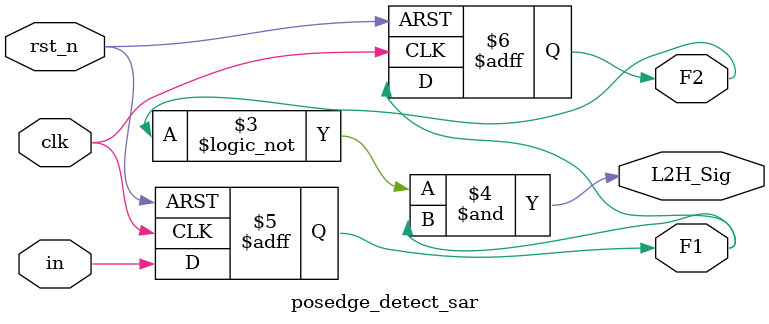
<source format=v>
module posedge_detect_sar (
    clk, rst_n, in, L2H_Sig, F1, F2
);
    input clk;
    input rst_n;
    input in;
    output L2H_Sig, F1, F2;
    reg F1;
    reg F2;
    wire L2H_Sig;

    always @(posedge clk, negedge rst_n) begin
        if (!rst_n)
        begin
            F1 <= 1'b1;
            F2 <= 1'b1;
        end
        else
        begin
            F1 <= in;
            F2 <= F1;
        end    
    end
    assign L2H_Sig = !F2 & F1;
endmodule
</source>
